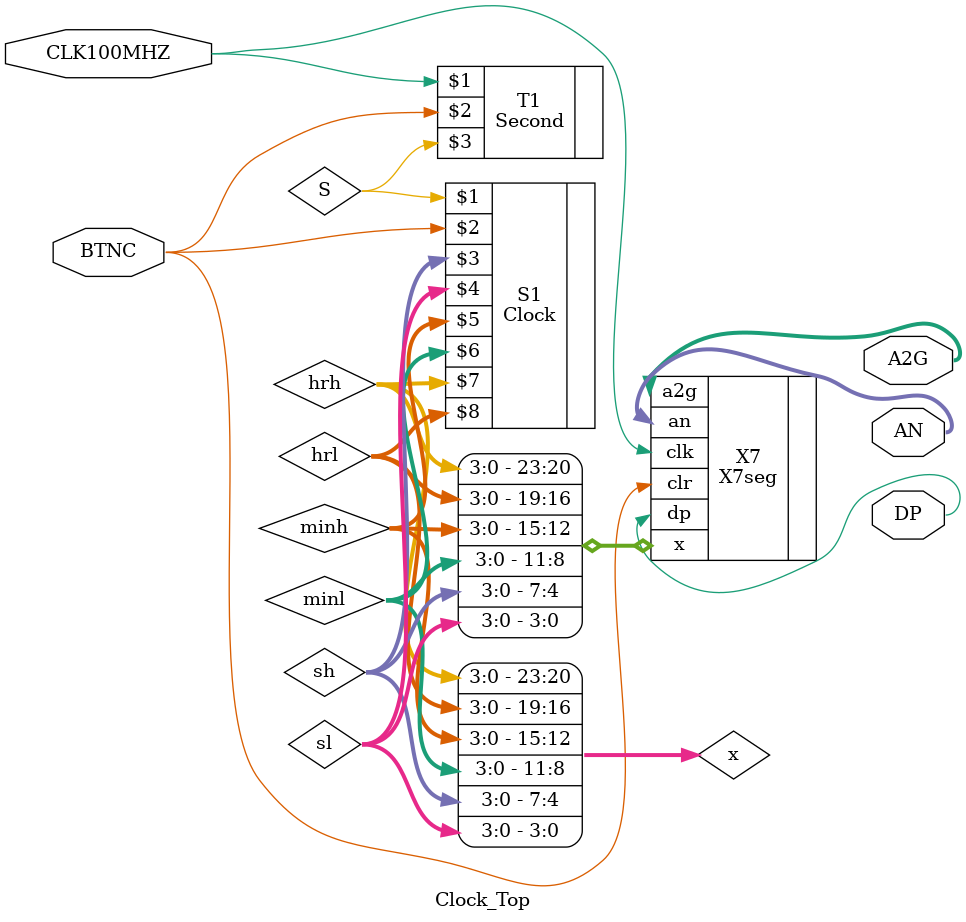
<source format=sv>
module Clock_Top(
    input  logic CLK100MHZ,
    input  logic BTNC,   // ÇåÁã
    output logic [6:0] A2G,
    output logic [7:0] AN,
    output logic       DP);
    
    logic S;
    Second T1(CLK100MHZ, BTNC, S);

    logic [3:0] sh, sl, minh, minl, hrh, hrl;
    Clock S1(S, BTNC, sh, sl, minh, minl, hrh, hrl);

    logic [23:0] x;  
    assign x = {hrh, hrl, minh, minl, sh, sl};
    
    X7seg X7(.x(x), .clk(CLK100MHZ), .clr(BTNC),
             .a2g(A2G), .an(AN), .dp(DP)) ;  
endmodule
</source>
